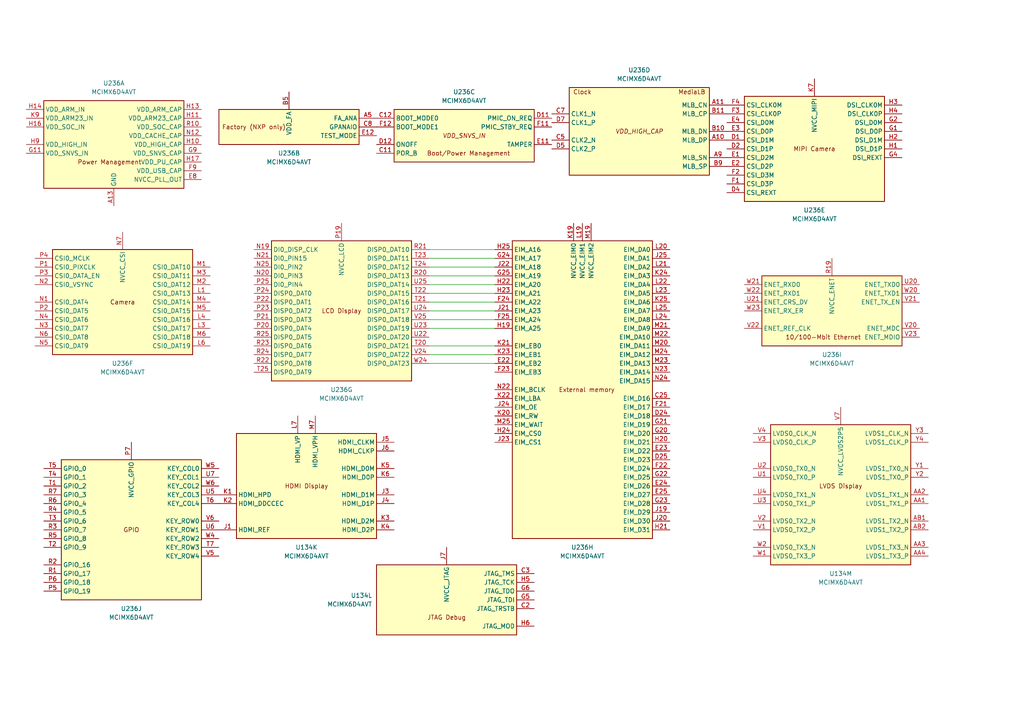
<source format=kicad_sch>
(kicad_sch (version 20250114) (generator "eeschema") (generator_version "9.0")
  (paper "A4")
  (wire (pts (xy 143.51 80.01) (xy 124.46 80.01)))
  (wire (pts (xy 143.51 95.25) (xy 124.46 95.25)))
  (wire (pts (xy 143.51 87.63) (xy 124.46 87.63)))
  (wire (pts (xy 143.51 74.93) (xy 124.46 74.93)))
  (wire (pts (xy 143.51 102.87) (xy 124.46 102.87)))
  (wire (pts (xy 143.51 72.39) (xy 124.46 72.39)))
  (wire (pts (xy 143.51 105.41) (xy 124.46 105.41)))
  (wire (pts (xy 143.51 85.09) (xy 124.46 85.09)))
  (wire (pts (xy 143.51 82.55) (xy 124.46 82.55)))
  (wire (pts (xy 143.51 90.17) (xy 124.46 90.17)))
  (wire (pts (xy 143.51 100.33) (xy 124.46 100.33)))
  (wire (pts (xy 143.51 77.47) (xy 124.46 77.47)))
  (wire (pts (xy 143.51 92.71) (xy 124.46 92.71)))
  (symbol (lib_id "CPU_NXP_IMX:MCIMX6D4AVT") (at 168.91 113.03 0) (unit 8)
    (property "Reference" "U236" (at 168.91 158.75 0))
    (property "Value" "MCIMX6D4AVT" (at 168.91 161.29 0))
    (property "Footprint" "Package_BGA:BGA-624_21x21mm_Layout25x25_P0.8mm" (effects (hide yes)))
    (property "Datasheet" "https://www.nxp.com/docs/en/data-sheet/IMX6DQAEC.pdf" (effects (hide yes)))
    (property "Description" "i.MX 6Dual Automotive and Infotainment Application Processor, BGA-624" (effects (hide yes)))
  )
  (symbol (lib_id "CPU_NXP_IMX:MCIMX6D4AVT") (at 88.9 140.97 0) (unit 11)
    (property "Reference" "U134" (at 88.9 158.75 0))
    (property "Value" "MCIMX6D4AVT" (at 88.9 161.29 0))
    (property "Footprint" "Package_BGA:BGA-624_21x21mm_Layout25x25_P0.8mm" (effects (hide yes)))
    (property "Datasheet" "https://www.nxp.com/docs/en/data-sheet/IMX6DQAEC.pdf" (effects (hide yes)))
    (property "Description" "i.MX 6Dual Automotive and Infotainment Application Processor, BGA-624" (effects (hide yes)))
  )
  (symbol (lib_id "CPU_NXP_IMX:MCIMX6D4AVT") (at 38.1 153.67 0) (unit 10)
    (property "Reference" "U236" (at 38.1 176.53 0))
    (property "Value" "MCIMX6D4AVT" (at 38.1 179.07 0))
    (property "Footprint" "Package_BGA:BGA-624_21x21mm_Layout25x25_P0.8mm" (effects (hide yes)))
    (property "Datasheet" "https://www.nxp.com/docs/en/data-sheet/IMX6DQAEC.pdf" (effects (hide yes)))
    (property "Description" "i.MX 6Dual Automotive and Infotainment Application Processor, BGA-624" (effects (hide yes)))
  )
  (symbol (lib_id "CPU_NXP_IMX:MCIMX6D4AVT") (at 83.82 36.83 0) (unit 2)
    (property "Reference" "U236" (at 83.82 44.45 0))
    (property "Value" "MCIMX6D4AVT" (at 83.82 46.99 0))
    (property "Footprint" "Package_BGA:BGA-624_21x21mm_Layout25x25_P0.8mm" (effects (hide yes)))
    (property "Datasheet" "https://www.nxp.com/docs/en/data-sheet/IMX6DQAEC.pdf" (effects (hide yes)))
    (property "Description" "i.MX 6Dual Automotive and Infotainment Application Processor, BGA-624" (effects (hide yes)))
  )
  (symbol (lib_id "CPU_NXP_IMX:MCIMX6D4AVT") (at 134.62 39.37 0) (unit 3)
    (property "Reference" "U236" (at 134.62 26.67 0))
    (property "Value" "MCIMX6D4AVT" (at 134.62 29.21 0))
    (property "Footprint" "Package_BGA:BGA-624_21x21mm_Layout25x25_P0.8mm" (effects (hide yes)))
    (property "Datasheet" "https://www.nxp.com/docs/en/data-sheet/IMX6DQAEC.pdf" (effects (hide yes)))
    (property "Description" "i.MX 6Dual Automotive and Infotainment Application Processor, BGA-624" (effects (hide yes)))
  )
  (symbol (lib_id "CPU_NXP_IMX:MCIMX6D4AVT") (at 241.3 90.17 0) (unit 9)
    (property "Reference" "U236" (at 241.3 102.87 0))
    (property "Value" "MCIMX6D4AVT" (at 241.3 105.41 0))
    (property "Footprint" "Package_BGA:BGA-624_21x21mm_Layout25x25_P0.8mm" (effects (hide yes)))
    (property "Datasheet" "https://www.nxp.com/docs/en/data-sheet/IMX6DQAEC.pdf" (effects (hide yes)))
    (property "Description" "i.MX 6Dual Automotive and Infotainment Application Processor, BGA-624" (effects (hide yes)))
  )
  (symbol (lib_id "CPU_NXP_IMX:MCIMX6D4AVT") (at 35.56 87.63 0) (unit 6)
    (property "Reference" "U236" (at 35.56 105.41 0))
    (property "Value" "MCIMX6D4AVT" (at 35.56 107.95 0))
    (property "Footprint" "Package_BGA:BGA-624_21x21mm_Layout25x25_P0.8mm" (effects (hide yes)))
    (property "Datasheet" "https://www.nxp.com/docs/en/data-sheet/IMX6DQAEC.pdf" (effects (hide yes)))
    (property "Description" "i.MX 6Dual Automotive and Infotainment Application Processor, BGA-624" (effects (hide yes)))
  )
  (symbol (lib_id "CPU_NXP_IMX:MCIMX6D4AVT") (at 185.42 38.1 0) (unit 4)
    (property "Reference" "U236" (at 185.42 20.32 0))
    (property "Value" "MCIMX6D4AVT" (at 185.42 22.86 0))
    (property "Footprint" "Package_BGA:BGA-624_21x21mm_Layout25x25_P0.8mm" (effects (hide yes)))
    (property "Datasheet" "https://www.nxp.com/docs/en/data-sheet/IMX6DQAEC.pdf" (effects (hide yes)))
    (property "Description" "i.MX 6Dual Automotive and Infotainment Application Processor, BGA-624" (effects (hide yes)))
  )
  (symbol (lib_id "CPU_NXP_IMX:MCIMX6D4AVT") (at 33.02 41.91 0) (unit 1)
    (property "Reference" "U236" (at 33.02 24.13 0))
    (property "Value" "MCIMX6D4AVT" (at 33.02 26.67 0))
    (property "Footprint" "Package_BGA:BGA-624_21x21mm_Layout25x25_P0.8mm" (effects (hide yes)))
    (property "Datasheet" "https://www.nxp.com/docs/en/data-sheet/IMX6DQAEC.pdf" (effects (hide yes)))
    (property "Description" "i.MX 6Dual Automotive and Infotainment Application Processor, BGA-624" (effects (hide yes)))
  )
  (symbol (lib_id "CPU_NXP_IMX:MCIMX6D4AVT") (at 243.84 143.51 0) (unit 13)
    (property "Reference" "U134" (at 243.84 166.37 0))
    (property "Value" "MCIMX6D4AVT" (at 243.84 168.91 0))
    (property "Footprint" "Package_BGA:BGA-624_21x21mm_Layout25x25_P0.8mm" (effects (hide yes)))
    (property "Datasheet" "https://www.nxp.com/docs/en/data-sheet/IMX6DQAEC.pdf" (effects (hide yes)))
    (property "Description" "i.MX 6Dual Automotive and Infotainment Application Processor, BGA-624" (effects (hide yes)))
  )
  (symbol (lib_id "CPU_NXP_IMX:MCIMX6D4AVT") (at 99.06 90.17 0) (unit 7)
    (property "Reference" "U236" (at 99.06 113.03 0))
    (property "Value" "MCIMX6D4AVT" (at 99.06 115.57 0))
    (property "Footprint" "Package_BGA:BGA-624_21x21mm_Layout25x25_P0.8mm" (effects (hide yes)))
    (property "Datasheet" "https://www.nxp.com/docs/en/data-sheet/IMX6DQAEC.pdf" (effects (hide yes)))
    (property "Description" "i.MX 6Dual Automotive and Infotainment Application Processor, BGA-624" (effects (hide yes)))
  )
  (symbol (lib_id "CPU_NXP_IMX:MCIMX6D4AVT") (at 236.22 43.18 0) (unit 5)
    (property "Reference" "U236" (at 236.22 60.96 0))
    (property "Value" "MCIMX6D4AVT" (at 236.22 63.5 0))
    (property "Footprint" "Package_BGA:BGA-624_21x21mm_Layout25x25_P0.8mm" (effects (hide yes)))
    (property "Datasheet" "https://www.nxp.com/docs/en/data-sheet/IMX6DQAEC.pdf" (effects (hide yes)))
    (property "Description" "i.MX 6Dual Automotive and Infotainment Application Processor, BGA-624" (effects (hide yes)))
  )
  (symbol (lib_id "CPU_NXP_IMX:MCIMX6D4AVT") (at 129.54 173.99 0) (unit 12)
    (property "Reference" "U134" (at 107.95 172.7199 0) (effects (justify right)))
    (property "Value" "MCIMX6D4AVT" (at 107.95 175.2599 0) (effects (justify right)))
    (property "Footprint" "Package_BGA:BGA-624_21x21mm_Layout25x25_P0.8mm" (effects (hide yes)))
    (property "Datasheet" "https://www.nxp.com/docs/en/data-sheet/IMX6DQAEC.pdf" (effects (hide yes)))
    (property "Description" "i.MX 6Dual Automotive and Infotainment Application Processor, BGA-624" (effects (hide yes)))
  )
)
</source>
